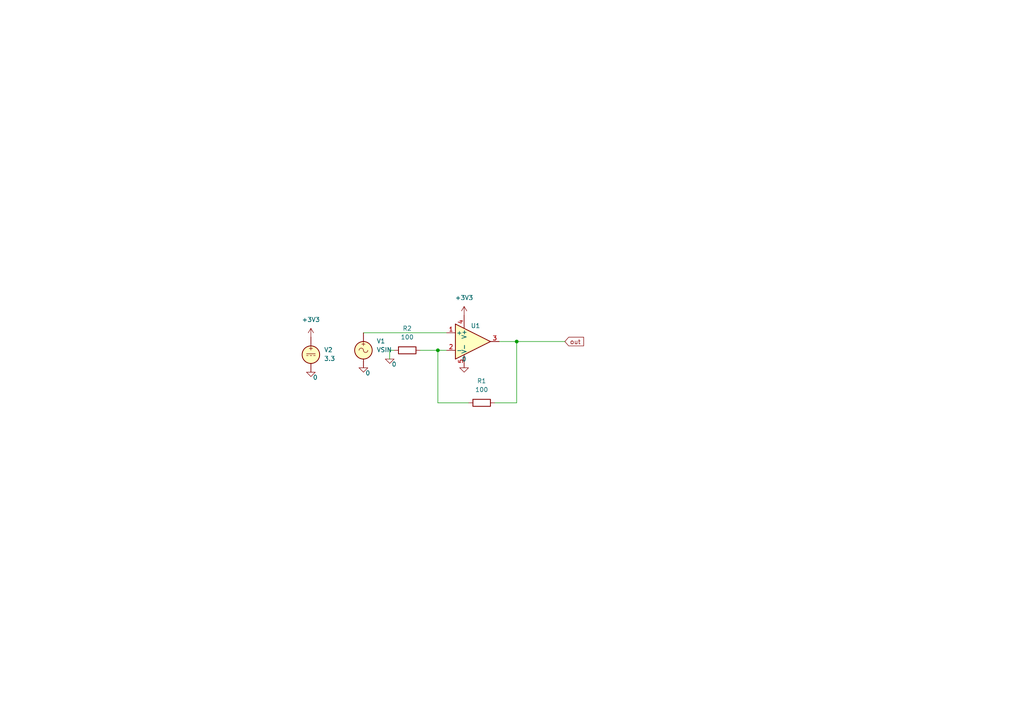
<source format=kicad_sch>
(kicad_sch (version 20230819) (generator eeschema)
  (paper "A4")
  (lib_symbols
    (symbol "Device:R" (pin_numbers hide) (pin_names (offset 0))
      (property "Reference" "R" (at 2.032 0 90))
      (property "Value" "R" (at 0 0 90))
      (symbol "R_0_1"
        (rectangle (start -1.016 -2.54) (end 1.016 2.54) (stroke (width 0.254)))
      )
      (symbol "R_1_1"
        (pin passive line (at 0 3.81 270) (length 1.27) (name "~") (number "1"))
        (pin passive line (at 0 -3.81 90) (length 1.27) (name "~") (number "2"))
      )
    )
    (symbol "Simulation_SPICE:0" (power) (pin_names (offset 0))
      (property "Value" "0" (at 0 -1.778 0))
      (symbol "0_0_1"
        (polyline (pts (xy -1.27 0) (xy 0 -1.27) (xy 1.27 0) (xy -1.27 0)))
      )
      (symbol "0_1_1"
        (pin power_in line (at 0 0 0) (length 0) hide (name "0") (number "1"))
      )
    )
    (symbol "Simulation_SPICE:OPAMP" (pin_names (offset 0.254))
      (property "Reference" "U" (at 3.81 3.175 0))
      (property "Value" "${SIM.PARAMS}" (at 3.81 -3.175 0))
      (symbol "OPAMP_0_1"
        (polyline (pts (xy 5.08 0) (xy -5.08 5.08) (xy -5.08 -5.08) (xy 5.08 0)) (stroke (width 0.254)) (fill (type background)))
      )
      (symbol "OPAMP_1_1"
        (pin input line (at -7.62 2.54 0) (length 2.54) (name "+") (number "1"))
        (pin input line (at -7.62 -2.54 0) (length 2.54) (name "-") (number "2"))
        (pin output line (at 7.62 0 180) (length 2.54) (name "~") (number "3"))
        (pin power_in line (at -2.54 7.62 270) (length 3.81) (name "V+") (number "4"))
        (pin power_in line (at -2.54 -7.62 90) (length 3.81) (name "V-") (number "5"))
      )
    )
    (symbol "Simulation_SPICE:VDC" (pin_numbers hide) (pin_names (offset 0.0254))
      (property "Reference" "V" (at 2.54 2.54 0))
      (property "Value" "1" (at 2.54 0 0))
      (symbol "VDC_0_0"
        (polyline (pts (xy -1.27 0.254) (xy 1.27 0.254)))
        (polyline (pts (xy -0.762 -0.254) (xy -1.27 -0.254)))
        (polyline (pts (xy 0.254 -0.254) (xy -0.254 -0.254)))
        (polyline (pts (xy 1.27 -0.254) (xy 0.762 -0.254)))
        (text "+" (at 0 1.905 0) (effects (font (size 1.27 1.27))))
      )
      (symbol "VDC_0_1"
        (circle (center 0 0) (radius 2.54) (stroke (width 0.254)) (fill (type background)))
      )
      (symbol "VDC_1_1"
        (pin passive line (at 0 5.08 270) (length 2.54) (name "~") (number "1"))
        (pin passive line (at 0 -5.08 90) (length 2.54) (name "~") (number "2"))
      )
    )
    (symbol "Simulation_SPICE:VSIN" (pin_numbers hide) (pin_names (offset 0.0254))
      (property "Reference" "V" (at 2.54 2.54 0))
      (property "Value" "VSIN" (at 2.54 0 0))
      (property "Sim.Params" "dc=0 ampl=1 f=1k ac=1" (at 2.54 -2.54 0))
      (symbol "VSIN_0_0"
        (arc (start 0 0) (mid -0.635 0.6323) (end -1.27 0))
        (arc (start 0 0) (mid 0.635 -0.6323) (end 1.27 0))
        (text "+" (at 0 1.905 0) (effects (font (size 1.27 1.27))))
      )
      (symbol "VSIN_0_1"
        (circle (center 0 0) (radius 2.54) (stroke (width 0.254)) (fill (type background)))
      )
      (symbol "VSIN_1_1"
        (pin passive line (at 0 5.08 270) (length 2.54) (name "~") (number "1"))
        (pin passive line (at 0 -5.08 90) (length 2.54) (name "~") (number "2"))
      )
    )
    (symbol "power:+3V3" (power) (pin_names (offset 0))
      (property "Value" "+3V3" (at 0 3.556 0))
      (symbol "+3V3_0_1"
        (polyline (pts (xy -0.762 1.27) (xy 0 2.54)))
        (polyline (pts (xy 0 0) (xy 0 2.54)))
        (polyline (pts (xy 0 2.54) (xy 0.762 1.27)))
      )
      (symbol "+3V3_1_1"
        (pin power_in line (at 0 0 90) (length 0) hide (name "+3V3") (number "1"))
      )
    )
  )
  (junction (at 127 101.6))
  (junction (at 149.86 99.06))
  (wire (pts (xy 149.86 99.06) (xy 163.83 99.06)))
  (wire (pts (xy 105.41 96.52) (xy 129.54 96.52)))
  (wire (pts (xy 127 101.6) (xy 127 116.84)))
  (wire (pts (xy 127 116.84) (xy 135.89 116.84)))
  (wire (pts (xy 121.92 101.6) (xy 127 101.6)))
  (wire (pts (xy 144.78 99.06) (xy 149.86 99.06)))
  (wire (pts (xy 113.03 101.6) (xy 113.03 104.14)))
  (wire (pts (xy 149.86 116.84) (xy 149.86 99.06)))
  (wire (pts (xy 127 101.6) (xy 129.54 101.6)))
  (wire (pts (xy 143.51 116.84) (xy 149.86 116.84)))
  (wire (pts (xy 114.3 101.6) (xy 113.03 101.6)))
  (global_label "out" (shape input) (at 163.83 99.06 0) (property "Intersheetrefs" "${INTERSHEET_REFS}" (effects hide)))
  (symbol (lib_id "power:+3V3") (at 90.17 97.79 0) (unit 1)
    (property "Reference" "#PWR01" (effects hide))
    (property "Value" "+3V3" (at 90.17 92.71 0))
    (property "Description" "Power symbol creates a global label with name \"+3V3\"" (effects hide))
  )
  (symbol (lib_id "power:+3V3") (at 134.62 91.44 0) (unit 1)
    (property "Reference" "#PWR02" (effects hide))
    (property "Value" "+3V3" (at 134.62 86.36 0))
    (property "Description" "Power symbol creates a global label with name \"+3V3\"" (effects hide))
  )
  (symbol (lib_id "Device:R") (at 118.11 101.6 90) (unit 1)
    (property "Reference" "R2" (at 118.11 95.25 90))
    (property "Value" "100" (at 118.11 97.79 90))
    (property "Description" "Resistor" (effects hide))
  )
  (symbol (lib_id "Simulation_SPICE:VDC") (at 90.17 102.87 0) (unit 1)
    (property "Reference" "V2" (at 93.98 101.4701 0) (effects (justify left)))
    (property "Value" "3.3" (at 93.98 104.0101 0) (effects (justify left)))
    (property "Description" "Voltage source, DC" (effects hide))
    (property "Sim.Pins" "1=+ 2=-" (effects hide))
    (property "Sim.Type" "DC" (effects hide))
    (property "Sim.Device" "V" (effects hide))
  )
  (symbol (lib_id "Simulation_SPICE:OPAMP") (at 137.16 99.06 0) (unit 1)
    (property "Reference" "U1" (at 137.922 94.488 0))
    (property "Value" "${SIM.PARAMS}" (effects hide))
    (property "Description" "Operational amplifier, single, node sequence=1:+ 2:- 3:OUT 4:V+ 5:V-" (effects hide))
    (property "Sim.Pins" "1=1 2=2 3=45 4=99 5=50" (effects hide))
    (property "Sim.Device" "SUBCKT" (effects hide))
    (property "Sim.Library" "/home/iwasz/Downloads/ad8551.cir" (effects hide))
    (property "Sim.Name" "AD8551" (effects hide))
  )
  (symbol (lib_id "Simulation_SPICE:0") (at 134.62 106.68 0) (unit 1)
    (property "Reference" "#GND02" (effects hide))
    (property "Value" "0" (at 134.62 104.14 0))
    (property "Description" "0V reference potential for simulation" (effects hide))
  )
  (symbol (lib_id "Device:R") (at 139.7 116.84 90) (unit 1)
    (property "Reference" "R1" (at 139.7 110.49 90))
    (property "Value" "100" (at 139.7 113.03 90))
    (property "Description" "Resistor" (effects hide))
  )
  (symbol (lib_id "Simulation_SPICE:0") (at 113.03 104.14 0) (unit 1)
    (property "Reference" "#GND04" (effects hide))
    (property "Value" "0" (at 114.3 105.664 0))
    (property "Description" "0V reference potential for simulation" (effects hide))
  )
  (symbol (lib_id "Simulation_SPICE:0") (at 90.17 107.95 0) (unit 1)
    (property "Reference" "#GND05" (effects hide))
    (property "Value" "0" (at 91.44 109.474 0))
    (property "Description" "0V reference potential for simulation" (effects hide))
  )
  (symbol (lib_id "Simulation_SPICE:0") (at 105.41 106.68 0) (unit 1)
    (property "Reference" "#GND03" (effects hide))
    (property "Value" "0" (at 106.68 108.204 0))
    (property "Description" "0V reference potential for simulation" (effects hide))
  )
  (symbol (lib_id "Simulation_SPICE:VSIN") (at 105.41 101.6 0) (unit 1)
    (property "Reference" "V1" (at 109.22 98.9301 0) (effects (justify left)))
    (property "Value" "VSIN" (at 109.22 101.4701 0) (effects (justify left)))
    (property "Description" "Voltage source, sinusoidal" (effects hide))
    (property "Sim.Pins" "1=+ 2=-" (effects hide))
    (property "Sim.Params" "dc=1.65 ampl=1.65 f=1k td=0 theta=0 phase=0 ac=1" (effects hide))
    (property "Sim.Type" "SIN" (effects hide))
    (property "Sim.Device" "V" (effects hide))
  )
)
</source>
